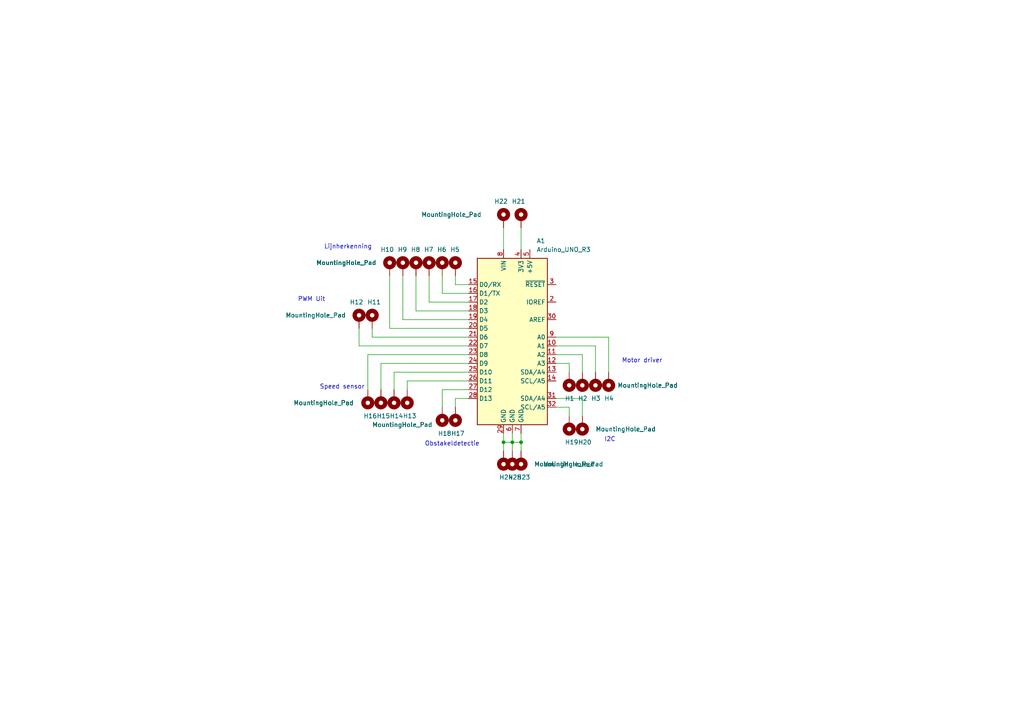
<source format=kicad_sch>
(kicad_sch (version 20230121) (generator eeschema)
  (paper "A4")
  (lib_symbols
    (symbol "MCU_Module:Arduino_UNO_R3"
      (property "Reference" "A" (at -10.16 23.495 0))
      (property "Value" "Arduino_UNO_R3" (at 5.08 -26.67 0))
      (symbol "Arduino_UNO_R3_0_1"
        (rectangle (start -10.16 22.86) (end 10.16 -25.4) (stroke (width 0.254)) (fill (type background)))
      )
      (symbol "Arduino_UNO_R3_1_1"
        (pin no_connect line (at -10.16 -20.32 0) (length 2.54) hide (name "NC") (number "1"))
        (pin bidirectional line (at 12.7 -2.54 180) (length 2.54) (name "A1") (number "10"))
        (pin bidirectional line (at 12.7 -5.08 180) (length 2.54) (name "A2") (number "11"))
        (pin bidirectional line (at 12.7 -7.62 180) (length 2.54) (name "A3") (number "12"))
        (pin bidirectional line (at 12.7 -10.16 180) (length 2.54) (name "SDA/A4") (number "13"))
        (pin bidirectional line (at 12.7 -12.7 180) (length 2.54) (name "SCL/A5") (number "14"))
        (pin bidirectional line (at -12.7 15.24 0) (length 2.54) (name "D0/RX") (number "15"))
        (pin bidirectional line (at -12.7 12.7 0) (length 2.54) (name "D1/TX") (number "16"))
        (pin bidirectional line (at -12.7 10.16 0) (length 2.54) (name "D2") (number "17"))
        (pin bidirectional line (at -12.7 7.62 0) (length 2.54) (name "D3") (number "18"))
        (pin bidirectional line (at -12.7 5.08 0) (length 2.54) (name "D4") (number "19"))
        (pin output line (at 12.7 10.16 180) (length 2.54) (name "IOREF") (number "2"))
        (pin bidirectional line (at -12.7 2.54 0) (length 2.54) (name "D5") (number "20"))
        (pin bidirectional line (at -12.7 0 0) (length 2.54) (name "D6") (number "21"))
        (pin bidirectional line (at -12.7 -2.54 0) (length 2.54) (name "D7") (number "22"))
        (pin bidirectional line (at -12.7 -5.08 0) (length 2.54) (name "D8") (number "23"))
        (pin bidirectional line (at -12.7 -7.62 0) (length 2.54) (name "D9") (number "24"))
        (pin bidirectional line (at -12.7 -10.16 0) (length 2.54) (name "D10") (number "25"))
        (pin bidirectional line (at -12.7 -12.7 0) (length 2.54) (name "D11") (number "26"))
        (pin bidirectional line (at -12.7 -15.24 0) (length 2.54) (name "D12") (number "27"))
        (pin bidirectional line (at -12.7 -17.78 0) (length 2.54) (name "D13") (number "28"))
        (pin power_in line (at -2.54 -27.94 90) (length 2.54) (name "GND") (number "29"))
        (pin input line (at 12.7 15.24 180) (length 2.54) (name "~{RESET}") (number "3"))
        (pin input line (at 12.7 5.08 180) (length 2.54) (name "AREF") (number "30"))
        (pin bidirectional line (at 12.7 -17.78 180) (length 2.54) (name "SDA/A4") (number "31"))
        (pin bidirectional line (at 12.7 -20.32 180) (length 2.54) (name "SCL/A5") (number "32"))
        (pin power_out line (at 2.54 25.4 270) (length 2.54) (name "3V3") (number "4"))
        (pin power_out line (at 5.08 25.4 270) (length 2.54) (name "+5V") (number "5"))
        (pin power_in line (at 0 -27.94 90) (length 2.54) (name "GND") (number "6"))
        (pin power_in line (at 2.54 -27.94 90) (length 2.54) (name "GND") (number "7"))
        (pin power_in line (at -2.54 25.4 270) (length 2.54) (name "VIN") (number "8"))
        (pin bidirectional line (at 12.7 0 180) (length 2.54) (name "A0") (number "9"))
      )
    )
    (symbol "Mechanical:MountingHole_Pad" (pin_numbers hide) (pin_names (offset 1.016) hide)
      (property "Reference" "H" (at 0 6.35 0))
      (property "Value" "MountingHole_Pad" (at 0 4.445 0))
      (symbol "MountingHole_Pad_0_1"
        (circle (center 0 1.27) (radius 1.27) (stroke (width 1.27)))
      )
      (symbol "MountingHole_Pad_1_1"
        (pin input line (at 0 -2.54 90) (length 2.54) (name "1") (number "1"))
      )
    )
  )
  (junction (at 146.05 128.27))
  (junction (at 148.59 128.27))
  (junction (at 151.13 128.27))
  (wire (pts (xy 165.1 118.11) (xy 165.1 120.65)))
  (wire (pts (xy 128.27 85.09) (xy 128.27 80.01)))
  (wire (pts (xy 161.29 118.11) (xy 165.1 118.11)))
  (wire (pts (xy 132.08 118.11) (xy 132.08 115.57)))
  (wire (pts (xy 148.59 128.27) (xy 146.05 128.27)))
  (wire (pts (xy 104.14 100.33) (xy 104.14 95.25)))
  (wire (pts (xy 106.68 113.03) (xy 106.68 102.87)))
  (wire (pts (xy 135.89 82.55) (xy 132.08 82.55)))
  (wire (pts (xy 161.29 97.79) (xy 176.53 97.79)))
  (wire (pts (xy 176.53 97.79) (xy 176.53 107.95)))
  (wire (pts (xy 110.49 105.41) (xy 110.49 113.03)))
  (wire (pts (xy 118.11 110.49) (xy 135.89 110.49)))
  (wire (pts (xy 135.89 95.25) (xy 113.03 95.25)))
  (wire (pts (xy 116.84 92.71) (xy 116.84 80.01)))
  (wire (pts (xy 148.59 128.27) (xy 151.13 128.27)))
  (wire (pts (xy 135.89 105.41) (xy 110.49 105.41)))
  (wire (pts (xy 135.89 85.09) (xy 128.27 85.09)))
  (wire (pts (xy 135.89 87.63) (xy 124.46 87.63)))
  (wire (pts (xy 114.3 107.95) (xy 114.3 113.03)))
  (wire (pts (xy 161.29 102.87) (xy 168.91 102.87)))
  (wire (pts (xy 132.08 115.57) (xy 135.89 115.57)))
  (wire (pts (xy 172.72 100.33) (xy 172.72 107.95)))
  (wire (pts (xy 148.59 128.27) (xy 148.59 130.81)))
  (wire (pts (xy 124.46 87.63) (xy 124.46 80.01)))
  (wire (pts (xy 168.91 102.87) (xy 168.91 107.95)))
  (wire (pts (xy 106.68 102.87) (xy 135.89 102.87)))
  (wire (pts (xy 165.1 105.41) (xy 161.29 105.41)))
  (wire (pts (xy 165.1 107.95) (xy 165.1 105.41)))
  (wire (pts (xy 135.89 107.95) (xy 114.3 107.95)))
  (wire (pts (xy 168.91 115.57) (xy 168.91 120.65)))
  (wire (pts (xy 151.13 125.73) (xy 151.13 128.27)))
  (wire (pts (xy 151.13 66.04) (xy 151.13 72.39)))
  (wire (pts (xy 132.08 82.55) (xy 132.08 80.01)))
  (wire (pts (xy 135.89 113.03) (xy 128.27 113.03)))
  (wire (pts (xy 135.89 92.71) (xy 116.84 92.71)))
  (wire (pts (xy 107.95 97.79) (xy 135.89 97.79)))
  (wire (pts (xy 135.89 90.17) (xy 120.65 90.17)))
  (wire (pts (xy 146.05 66.04) (xy 146.05 72.39)))
  (wire (pts (xy 135.89 100.33) (xy 104.14 100.33)))
  (wire (pts (xy 107.95 97.79) (xy 107.95 95.25)))
  (wire (pts (xy 146.05 128.27) (xy 146.05 125.73)))
  (wire (pts (xy 146.05 128.27) (xy 146.05 130.81)))
  (wire (pts (xy 161.29 100.33) (xy 172.72 100.33)))
  (wire (pts (xy 128.27 113.03) (xy 128.27 118.11)))
  (wire (pts (xy 151.13 130.81) (xy 151.13 128.27)))
  (wire (pts (xy 120.65 90.17) (xy 120.65 80.01)))
  (wire (pts (xy 113.03 95.25) (xy 113.03 80.01)))
  (wire (pts (xy 118.11 113.03) (xy 118.11 110.49)))
  (wire (pts (xy 161.29 115.57) (xy 168.91 115.57)))
  (wire (pts (xy 148.59 125.73) (xy 148.59 128.27)))
  (text "PWM Uit" (at 86.36 87.63 0) (effects (font (size 1.27 1.27)) (justify left bottom)))
  (text "Obstakeldetectie" (at 123.19 129.54 0) (effects (font (size 1.27 1.27)) (justify left bottom)))
  (text "I2C" (at 175.26 128.27 0) (effects (font (size 1.27 1.27)) (justify left bottom)))
  (text "Motor driver" (at 180.34 105.41 0) (effects (font (size 1.27 1.27)) (justify left bottom)))
  (text "Lijnherkenning" (at 93.98 72.39 0) (effects (font (size 1.27 1.27)) (justify left bottom)))
  (text "Speed sensor" (at 92.71 113.03 0) (effects (font (size 1.27 1.27)) (justify left bottom)))
  (symbol (lib_id "Mechanical:MountingHole_Pad") (at 124.46 77.47 0) (unit 1)
    (property "Reference" "H7" (at 125.73 72.39 0) (effects (justify right)))
    (property "Value" "MountingHole_Pad" (at 109.22 76.2 0) (effects (justify right)))
    (property "Footprint" "Connector_Wire:SolderWirePad_1x01_SMD_1x2mm" (effects hide))
  )
  (symbol (lib_id "Mechanical:MountingHole_Pad") (at 107.95 92.71 0) (unit 1)
    (property "Reference" "H11" (at 110.49 87.63 0) (effects (justify right)))
    (property "Value" "MountingHole_Pad" (at 100.33 91.44 0) (effects (justify right)))
    (property "Footprint" "Connector_Wire:SolderWirePad_1x01_SMD_1x2mm" (effects hide))
  )
  (symbol (lib_id "Mechanical:MountingHole_Pad") (at 148.59 133.35 180) (unit 1)
    (property "Reference" "H25" (at 147.32 138.43 0) (effects (justify right)))
    (property "Value" "MountingHole_Pad" (at 157.48 134.62 0) (effects (justify right)))
    (property "Footprint" "Connector_Wire:SolderWirePad_1x01_SMD_5x10mm" (effects hide))
  )
  (symbol (lib_id "Mechanical:MountingHole_Pad") (at 132.08 120.65 180) (unit 1)
    (property "Reference" "H17" (at 130.81 125.73 0) (effects (justify right)))
    (property "Value" "MountingHole_Pad" (at 107.95 123.19 0) (effects (justify right)))
    (property "Footprint" "Connector_Wire:SolderWirePad_1x01_SMD_1x2mm" (effects hide))
  )
  (symbol (lib_id "Mechanical:MountingHole_Pad") (at 165.1 110.49 180) (unit 1)
    (property "Reference" "H1" (at 163.83 115.57 0) (effects (justify right)))
    (property "Value" "MountingHole_Pad" (at 179.07 111.76 0) (effects (justify right)))
    (property "Footprint" "Connector_Wire:SolderWirePad_1x01_SMD_1x2mm" (effects hide))
  )
  (symbol (lib_id "Mechanical:MountingHole_Pad") (at 110.49 115.57 180) (unit 1)
    (property "Reference" "H15" (at 109.22 120.65 0) (effects (justify right)))
    (property "Value" "MountingHole_Pad" (at 85.09 116.84 0) (effects (justify right)))
    (property "Footprint" "Connector_Wire:SolderWirePad_1x01_SMD_1x2mm" (effects hide))
  )
  (symbol (lib_id "Mechanical:MountingHole_Pad") (at 176.53 110.49 180) (unit 1)
    (property "Reference" "H4" (at 175.26 115.57 0) (effects (justify right)))
    (property "Value" "MountingHole_Pad" (at 179.07 111.76 0) (effects (justify right)))
    (property "Footprint" "Connector_Wire:SolderWirePad_1x01_SMD_1x2mm" (effects hide))
  )
  (symbol (lib_id "Mechanical:MountingHole_Pad") (at 114.3 115.57 180) (unit 1)
    (property "Reference" "H14" (at 113.03 120.65 0) (effects (justify right)))
    (property "Value" "MountingHole_Pad" (at 85.09 116.84 0) (effects (justify right)))
    (property "Footprint" "Connector_Wire:SolderWirePad_1x01_SMD_1x2mm" (effects hide))
  )
  (symbol (lib_id "Mechanical:MountingHole_Pad") (at 113.03 77.47 0) (unit 1)
    (property "Reference" "H10" (at 114.3 72.39 0) (effects (justify right)))
    (property "Value" "MountingHole_Pad" (at 109.22 76.2 0) (effects (justify right)))
    (property "Footprint" "Connector_Wire:SolderWirePad_1x01_SMD_1x2mm" (effects hide))
  )
  (symbol (lib_id "Mechanical:MountingHole_Pad") (at 128.27 120.65 180) (unit 1)
    (property "Reference" "H18" (at 127 125.73 0) (effects (justify right)))
    (property "Value" "MountingHole_Pad" (at 107.95 123.19 0) (effects (justify right)))
    (property "Footprint" "Connector_Wire:SolderWirePad_1x01_SMD_1x2mm" (effects hide))
  )
  (symbol (lib_id "Mechanical:MountingHole_Pad") (at 106.68 115.57 180) (unit 1)
    (property "Reference" "H16" (at 105.41 120.65 0) (effects (justify right)))
    (property "Value" "MountingHole_Pad" (at 85.09 116.84 0) (effects (justify right)))
    (property "Footprint" "Connector_Wire:SolderWirePad_1x01_SMD_1x2mm" (effects hide))
  )
  (symbol (lib_id "Mechanical:MountingHole_Pad") (at 118.11 115.57 180) (unit 1)
    (property "Reference" "H13" (at 116.84 120.65 0) (effects (justify right)))
    (property "Value" "MountingHole_Pad" (at 85.09 116.84 0) (effects (justify right)))
    (property "Footprint" "Connector_Wire:SolderWirePad_1x01_SMD_1x2mm" (effects hide))
  )
  (symbol (lib_id "Mechanical:MountingHole_Pad") (at 120.65 77.47 0) (unit 1)
    (property "Reference" "H8" (at 121.92 72.39 0) (effects (justify right)))
    (property "Value" "MountingHole_Pad" (at 109.22 76.2 0) (effects (justify right)))
    (property "Footprint" "Connector_Wire:SolderWirePad_1x01_SMD_1x2mm" (effects hide))
  )
  (symbol (lib_id "Mechanical:MountingHole_Pad") (at 116.84 77.47 0) (unit 1)
    (property "Reference" "H9" (at 118.11 72.39 0) (effects (justify right)))
    (property "Value" "MountingHole_Pad" (at 109.22 76.2 0) (effects (justify right)))
    (property "Footprint" "Connector_Wire:SolderWirePad_1x01_SMD_1x2mm" (effects hide))
  )
  (symbol (lib_id "Mechanical:MountingHole_Pad") (at 146.05 133.35 180) (unit 1)
    (property "Reference" "H24" (at 144.78 138.43 0) (effects (justify right)))
    (property "Value" "MountingHole_Pad" (at 154.94 134.62 0) (effects (justify right)))
    (property "Footprint" "Connector_Wire:SolderWirePad_1x01_SMD_5x10mm" (effects hide))
  )
  (symbol (lib_id "Mechanical:MountingHole_Pad") (at 128.27 77.47 0) (unit 1)
    (property "Reference" "H6" (at 129.54 72.39 0) (effects (justify right)))
    (property "Value" "MountingHole_Pad" (at 109.22 76.2 0) (effects (justify right)))
    (property "Footprint" "Connector_Wire:SolderWirePad_1x01_SMD_1x2mm" (effects hide))
  )
  (symbol (lib_id "Mechanical:MountingHole_Pad") (at 104.14 92.71 0) (unit 1)
    (property "Reference" "H12" (at 105.41 87.63 0) (effects (justify right)))
    (property "Value" "MountingHole_Pad" (at 100.33 91.44 0) (effects (justify right)))
    (property "Footprint" "Connector_Wire:SolderWirePad_1x01_SMD_1x2mm" (effects hide))
  )
  (symbol (lib_id "Mechanical:MountingHole_Pad") (at 132.08 77.47 0) (unit 1)
    (property "Reference" "H5" (at 133.35 72.39 0) (effects (justify right)))
    (property "Value" "MountingHole_Pad" (at 109.22 76.2 0) (effects (justify right)))
    (property "Footprint" "Connector_Wire:SolderWirePad_1x01_SMD_1x2mm" (effects hide))
  )
  (symbol (lib_id "Mechanical:MountingHole_Pad") (at 168.91 123.19 180) (unit 1)
    (property "Reference" "H20" (at 167.64 128.27 0) (effects (justify right)))
    (property "Value" "MountingHole_Pad" (at 172.72 124.46 0) (effects (justify right)))
    (property "Footprint" "Connector_Wire:SolderWirePad_1x01_SMD_1x2mm" (effects hide))
  )
  (symbol (lib_id "Mechanical:MountingHole_Pad") (at 165.1 123.19 180) (unit 1)
    (property "Reference" "H19" (at 163.83 128.27 0) (effects (justify right)))
    (property "Value" "MountingHole_Pad" (at 172.72 124.46 0) (effects (justify right)))
    (property "Footprint" "Connector_Wire:SolderWirePad_1x01_SMD_1x2mm" (effects hide))
  )
  (symbol (lib_id "Mechanical:MountingHole_Pad") (at 151.13 133.35 180) (unit 1)
    (property "Reference" "H23" (at 149.86 138.43 0) (effects (justify right)))
    (property "Value" "MountingHole_Pad" (at 154.94 134.62 0) (effects (justify right)))
    (property "Footprint" "Connector_Wire:SolderWirePad_1x01_SMD_5x10mm" (effects hide))
  )
  (symbol (lib_id "MCU_Module:Arduino_UNO_R3") (at 148.59 97.79 0) (unit 1)
    (property "Reference" "A1" (at 155.6259 69.85 0) (effects (justify left)))
    (property "Value" "Arduino_UNO_R3" (at 155.6259 72.39 0) (effects (justify left)))
    (property "Footprint" "Module:Arduino_UNO_R3" (effects hide))
    (property "Datasheet" "https://www.arduino.cc/en/Main/arduinoBoardUno" (effects hide))
  )
  (symbol (lib_id "Mechanical:MountingHole_Pad") (at 172.72 110.49 180) (unit 1)
    (property "Reference" "H3" (at 171.45 115.57 0) (effects (justify right)))
    (property "Value" "MountingHole_Pad" (at 179.07 111.76 0) (effects (justify right)))
    (property "Footprint" "Connector_Wire:SolderWirePad_1x01_SMD_1x2mm" (effects hide))
  )
  (symbol (lib_id "Mechanical:MountingHole_Pad") (at 168.91 110.49 180) (unit 1)
    (property "Reference" "H2" (at 167.64 115.57 0) (effects (justify right)))
    (property "Value" "MountingHole_Pad" (at 179.07 111.76 0) (effects (justify right)))
    (property "Footprint" "Connector_Wire:SolderWirePad_1x01_SMD_1x2mm" (effects hide))
  )
  (symbol (lib_id "Mechanical:MountingHole_Pad") (at 146.05 63.5 0) (unit 1)
    (property "Reference" "H22" (at 147.32 58.42 0) (effects (justify right)))
    (property "Value" "MountingHole_Pad" (at 139.7 62.23 0) (effects (justify right)))
    (property "Footprint" "Connector_Wire:SolderWirePad_1x01_SMD_5x10mm" (effects hide))
  )
  (symbol (lib_id "Mechanical:MountingHole_Pad") (at 151.13 63.5 0) (unit 1)
    (property "Reference" "H21" (at 152.4 58.42 0) (effects (justify right)))
    (property "Value" "MountingHole_Pad" (at 139.7 62.23 0) (effects (justify right)))
    (property "Footprint" "Connector_Wire:SolderWirePad_1x01_SMD_5x10mm" (effects hide))
  )
)
</source>
